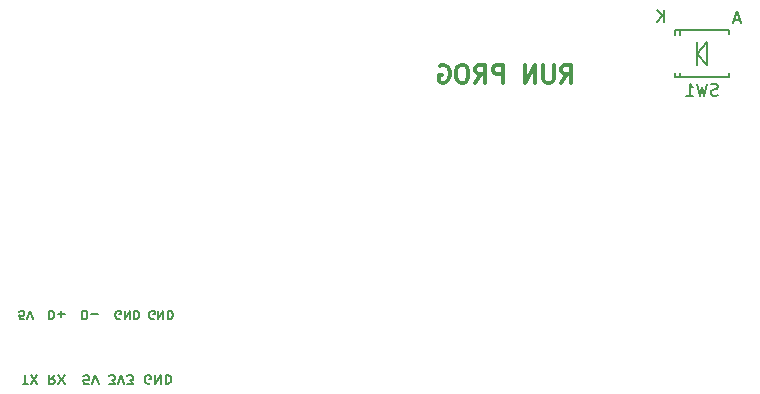
<source format=gbr>
G04 #@! TF.FileFunction,Legend,Bot*
%FSLAX46Y46*%
G04 Gerber Fmt 4.6, Leading zero omitted, Abs format (unit mm)*
G04 Created by KiCad (PCBNEW 4.0.2+dfsg1-stable) date 2017年07月19日 12時55分51秒*
%MOMM*%
G01*
G04 APERTURE LIST*
%ADD10C,0.100000*%
%ADD11C,0.175000*%
%ADD12C,0.300000*%
%ADD13C,0.150000*%
G04 APERTURE END LIST*
D10*
D11*
X105255456Y-162256133D02*
X104898313Y-162256133D01*
X104862599Y-161922800D01*
X104898313Y-161956133D01*
X104969742Y-161989467D01*
X105148313Y-161989467D01*
X105219742Y-161956133D01*
X105255456Y-161922800D01*
X105291171Y-161856133D01*
X105291171Y-161689467D01*
X105255456Y-161622800D01*
X105219742Y-161589467D01*
X105148313Y-161556133D01*
X104969742Y-161556133D01*
X104898313Y-161589467D01*
X104862599Y-161622800D01*
X105505457Y-162256133D02*
X105755457Y-161556133D01*
X106005457Y-162256133D01*
X107398314Y-161556133D02*
X107398314Y-162256133D01*
X107576886Y-162256133D01*
X107684029Y-162222800D01*
X107755457Y-162156133D01*
X107791172Y-162089467D01*
X107826886Y-161956133D01*
X107826886Y-161856133D01*
X107791172Y-161722800D01*
X107755457Y-161656133D01*
X107684029Y-161589467D01*
X107576886Y-161556133D01*
X107398314Y-161556133D01*
X108148314Y-161822800D02*
X108719743Y-161822800D01*
X108434029Y-161556133D02*
X108434029Y-162089467D01*
X110219743Y-161556133D02*
X110219743Y-162256133D01*
X110398315Y-162256133D01*
X110505458Y-162222800D01*
X110576886Y-162156133D01*
X110612601Y-162089467D01*
X110648315Y-161956133D01*
X110648315Y-161856133D01*
X110612601Y-161722800D01*
X110576886Y-161656133D01*
X110505458Y-161589467D01*
X110398315Y-161556133D01*
X110219743Y-161556133D01*
X110969743Y-161822800D02*
X111541172Y-161822800D01*
X113434030Y-162222800D02*
X113362601Y-162256133D01*
X113255458Y-162256133D01*
X113148315Y-162222800D01*
X113076887Y-162156133D01*
X113041172Y-162089467D01*
X113005458Y-161956133D01*
X113005458Y-161856133D01*
X113041172Y-161722800D01*
X113076887Y-161656133D01*
X113148315Y-161589467D01*
X113255458Y-161556133D01*
X113326887Y-161556133D01*
X113434030Y-161589467D01*
X113469744Y-161622800D01*
X113469744Y-161856133D01*
X113326887Y-161856133D01*
X113791172Y-161556133D02*
X113791172Y-162256133D01*
X114219744Y-161556133D01*
X114219744Y-162256133D01*
X114576886Y-161556133D02*
X114576886Y-162256133D01*
X114755458Y-162256133D01*
X114862601Y-162222800D01*
X114934029Y-162156133D01*
X114969744Y-162089467D01*
X115005458Y-161956133D01*
X115005458Y-161856133D01*
X114969744Y-161722800D01*
X114934029Y-161656133D01*
X114862601Y-161589467D01*
X114755458Y-161556133D01*
X114576886Y-161556133D01*
X116291173Y-162222800D02*
X116219744Y-162256133D01*
X116112601Y-162256133D01*
X116005458Y-162222800D01*
X115934030Y-162156133D01*
X115898315Y-162089467D01*
X115862601Y-161956133D01*
X115862601Y-161856133D01*
X115898315Y-161722800D01*
X115934030Y-161656133D01*
X116005458Y-161589467D01*
X116112601Y-161556133D01*
X116184030Y-161556133D01*
X116291173Y-161589467D01*
X116326887Y-161622800D01*
X116326887Y-161856133D01*
X116184030Y-161856133D01*
X116648315Y-161556133D02*
X116648315Y-162256133D01*
X117076887Y-161556133D01*
X117076887Y-162256133D01*
X117434029Y-161556133D02*
X117434029Y-162256133D01*
X117612601Y-162256133D01*
X117719744Y-162222800D01*
X117791172Y-162156133D01*
X117826887Y-162089467D01*
X117862601Y-161956133D01*
X117862601Y-161856133D01*
X117826887Y-161722800D01*
X117791172Y-161656133D01*
X117719744Y-161589467D01*
X117612601Y-161556133D01*
X117434029Y-161556133D01*
X105155076Y-167717133D02*
X105640791Y-167717133D01*
X105397934Y-167017133D02*
X105397934Y-167717133D01*
X105843172Y-167717133D02*
X106409838Y-167017133D01*
X106409838Y-167717133D02*
X105843172Y-167017133D01*
X107866981Y-167017133D02*
X107583648Y-167350467D01*
X107381267Y-167017133D02*
X107381267Y-167717133D01*
X107705076Y-167717133D01*
X107786029Y-167683800D01*
X107826505Y-167650467D01*
X107866981Y-167583800D01*
X107866981Y-167483800D01*
X107826505Y-167417133D01*
X107786029Y-167383800D01*
X107705076Y-167350467D01*
X107381267Y-167350467D01*
X108150315Y-167717133D02*
X108716981Y-167017133D01*
X108716981Y-167717133D02*
X108150315Y-167017133D01*
X110740791Y-167717133D02*
X110336029Y-167717133D01*
X110295553Y-167383800D01*
X110336029Y-167417133D01*
X110416981Y-167450467D01*
X110619362Y-167450467D01*
X110700315Y-167417133D01*
X110740791Y-167383800D01*
X110781267Y-167317133D01*
X110781267Y-167150467D01*
X110740791Y-167083800D01*
X110700315Y-167050467D01*
X110619362Y-167017133D01*
X110416981Y-167017133D01*
X110336029Y-167050467D01*
X110295553Y-167083800D01*
X111024124Y-167717133D02*
X111307458Y-167017133D01*
X111590791Y-167717133D01*
X112440791Y-167717133D02*
X112966981Y-167717133D01*
X112683648Y-167450467D01*
X112805076Y-167450467D01*
X112886029Y-167417133D01*
X112926505Y-167383800D01*
X112966981Y-167317133D01*
X112966981Y-167150467D01*
X112926505Y-167083800D01*
X112886029Y-167050467D01*
X112805076Y-167017133D01*
X112562219Y-167017133D01*
X112481267Y-167050467D01*
X112440791Y-167083800D01*
X113209838Y-167717133D02*
X113493172Y-167017133D01*
X113776505Y-167717133D01*
X113978886Y-167717133D02*
X114505076Y-167717133D01*
X114221743Y-167450467D01*
X114343171Y-167450467D01*
X114424124Y-167417133D01*
X114464600Y-167383800D01*
X114505076Y-167317133D01*
X114505076Y-167150467D01*
X114464600Y-167083800D01*
X114424124Y-167050467D01*
X114343171Y-167017133D01*
X114100314Y-167017133D01*
X114019362Y-167050467D01*
X113978886Y-167083800D01*
X115962219Y-167683800D02*
X115881267Y-167717133D01*
X115759838Y-167717133D01*
X115638410Y-167683800D01*
X115557457Y-167617133D01*
X115516981Y-167550467D01*
X115476505Y-167417133D01*
X115476505Y-167317133D01*
X115516981Y-167183800D01*
X115557457Y-167117133D01*
X115638410Y-167050467D01*
X115759838Y-167017133D01*
X115840790Y-167017133D01*
X115962219Y-167050467D01*
X116002695Y-167083800D01*
X116002695Y-167317133D01*
X115840790Y-167317133D01*
X116366981Y-167017133D02*
X116366981Y-167717133D01*
X116852695Y-167017133D01*
X116852695Y-167717133D01*
X117257457Y-167017133D02*
X117257457Y-167717133D01*
X117459838Y-167717133D01*
X117581266Y-167683800D01*
X117662219Y-167617133D01*
X117702695Y-167550467D01*
X117743171Y-167417133D01*
X117743171Y-167317133D01*
X117702695Y-167183800D01*
X117662219Y-167117133D01*
X117581266Y-167050467D01*
X117459838Y-167017133D01*
X117257457Y-167017133D01*
D12*
X150747886Y-142231371D02*
X151247886Y-141517086D01*
X151605029Y-142231371D02*
X151605029Y-140731371D01*
X151033601Y-140731371D01*
X150890743Y-140802800D01*
X150819315Y-140874229D01*
X150747886Y-141017086D01*
X150747886Y-141231371D01*
X150819315Y-141374229D01*
X150890743Y-141445657D01*
X151033601Y-141517086D01*
X151605029Y-141517086D01*
X150105029Y-140731371D02*
X150105029Y-141945657D01*
X150033601Y-142088514D01*
X149962172Y-142159943D01*
X149819315Y-142231371D01*
X149533601Y-142231371D01*
X149390743Y-142159943D01*
X149319315Y-142088514D01*
X149247886Y-141945657D01*
X149247886Y-140731371D01*
X148533600Y-142231371D02*
X148533600Y-140731371D01*
X147676457Y-142231371D01*
X147676457Y-140731371D01*
X145819314Y-142231371D02*
X145819314Y-140731371D01*
X145247886Y-140731371D01*
X145105028Y-140802800D01*
X145033600Y-140874229D01*
X144962171Y-141017086D01*
X144962171Y-141231371D01*
X145033600Y-141374229D01*
X145105028Y-141445657D01*
X145247886Y-141517086D01*
X145819314Y-141517086D01*
X143462171Y-142231371D02*
X143962171Y-141517086D01*
X144319314Y-142231371D02*
X144319314Y-140731371D01*
X143747886Y-140731371D01*
X143605028Y-140802800D01*
X143533600Y-140874229D01*
X143462171Y-141017086D01*
X143462171Y-141231371D01*
X143533600Y-141374229D01*
X143605028Y-141445657D01*
X143747886Y-141517086D01*
X144319314Y-141517086D01*
X142533600Y-140731371D02*
X142247886Y-140731371D01*
X142105028Y-140802800D01*
X141962171Y-140945657D01*
X141890743Y-141231371D01*
X141890743Y-141731371D01*
X141962171Y-142017086D01*
X142105028Y-142159943D01*
X142247886Y-142231371D01*
X142533600Y-142231371D01*
X142676457Y-142159943D01*
X142819314Y-142017086D01*
X142890743Y-141731371D01*
X142890743Y-141231371D01*
X142819314Y-140945657D01*
X142676457Y-140802800D01*
X142533600Y-140731371D01*
X140462171Y-140802800D02*
X140605028Y-140731371D01*
X140819314Y-140731371D01*
X141033599Y-140802800D01*
X141176457Y-140945657D01*
X141247885Y-141088514D01*
X141319314Y-141374229D01*
X141319314Y-141588514D01*
X141247885Y-141874229D01*
X141176457Y-142017086D01*
X141033599Y-142159943D01*
X140819314Y-142231371D01*
X140676457Y-142231371D01*
X140462171Y-142159943D01*
X140390742Y-142088514D01*
X140390742Y-141588514D01*
X140676457Y-141588514D01*
D13*
X162221020Y-139774800D02*
X163069380Y-140775560D01*
X163069380Y-140775560D02*
X163069380Y-138774040D01*
X163069380Y-138774040D02*
X162221020Y-139774800D01*
X162221020Y-139774800D02*
X162221020Y-138774040D01*
X162221020Y-139774800D02*
X162221020Y-140775560D01*
X160364280Y-137974800D02*
X160364280Y-138174600D01*
X160821320Y-137974800D02*
X160821320Y-138173800D01*
X164971840Y-137974800D02*
X164971840Y-138123800D01*
X160369360Y-141574800D02*
X160369360Y-141425800D01*
X160821320Y-141574800D02*
X160821320Y-141425800D01*
X164971840Y-141574800D02*
X164971840Y-141425800D01*
X160821320Y-137825820D02*
X160821320Y-138023940D01*
X160821320Y-141773780D02*
X160821320Y-141575660D01*
X164966760Y-137778360D02*
X164966760Y-137976480D01*
X160364280Y-137778360D02*
X164966760Y-137778360D01*
X160364280Y-137778360D02*
X160364280Y-137976480D01*
X160369360Y-141773780D02*
X160369360Y-141575660D01*
X160369360Y-141773780D02*
X164971840Y-141773780D01*
X164971840Y-141773780D02*
X164971840Y-141575660D01*
X164003933Y-143279562D02*
X163861076Y-143327181D01*
X163622980Y-143327181D01*
X163527742Y-143279562D01*
X163480123Y-143231943D01*
X163432504Y-143136705D01*
X163432504Y-143041467D01*
X163480123Y-142946229D01*
X163527742Y-142898610D01*
X163622980Y-142850990D01*
X163813457Y-142803371D01*
X163908695Y-142755752D01*
X163956314Y-142708133D01*
X164003933Y-142612895D01*
X164003933Y-142517657D01*
X163956314Y-142422419D01*
X163908695Y-142374800D01*
X163813457Y-142327181D01*
X163575361Y-142327181D01*
X163432504Y-142374800D01*
X163099171Y-142327181D02*
X162861076Y-143327181D01*
X162670599Y-142612895D01*
X162480123Y-143327181D01*
X162242028Y-142327181D01*
X161337266Y-143327181D02*
X161908695Y-143327181D01*
X161622981Y-143327181D02*
X161622981Y-142327181D01*
X161718219Y-142470038D01*
X161813457Y-142565276D01*
X161908695Y-142612895D01*
X159432505Y-137127181D02*
X159432505Y-136127181D01*
X158861076Y-137127181D02*
X159289648Y-136555752D01*
X158861076Y-136127181D02*
X159432505Y-136698610D01*
X165908695Y-136891467D02*
X165432504Y-136891467D01*
X166003933Y-137177181D02*
X165670600Y-136177181D01*
X165337266Y-137177181D01*
M02*

</source>
